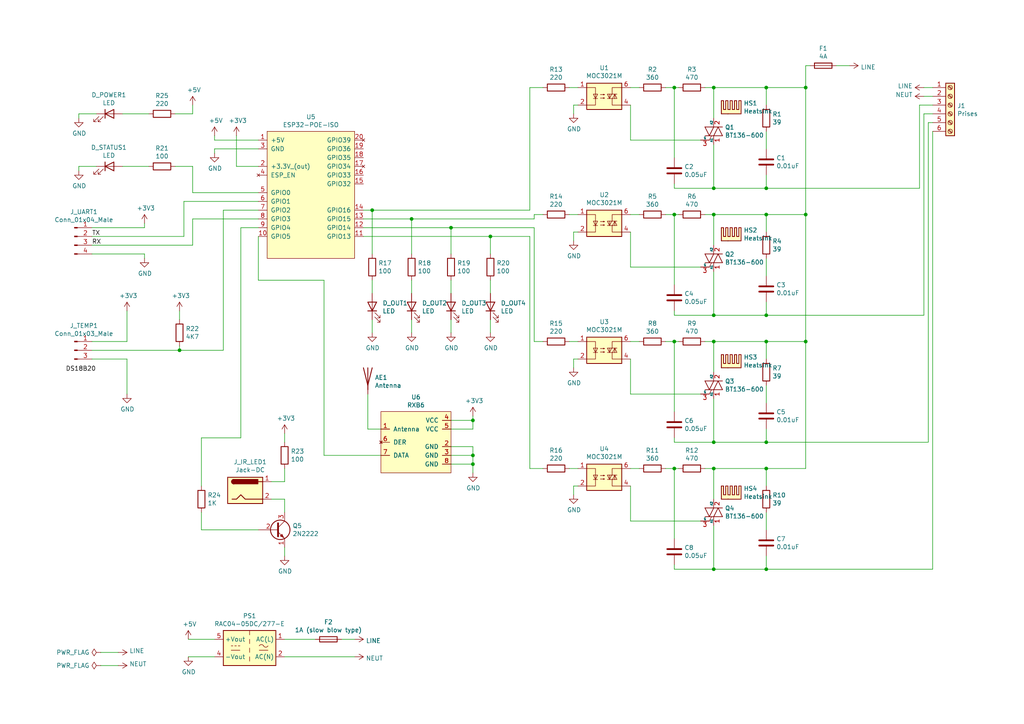
<source format=kicad_sch>
(kicad_sch (version 20211123) (generator eeschema)
  (paper "A4")
  (lib_symbols
    (symbol "Connector:Conn_01x03_Male" (pin_names (offset 1.016) hide)
      (property "Reference" "J" (at 0 5.08 0))
      (property "Value" "Conn_01x03_Male" (at 0 -5.08 0))
      (symbol "Conn_01x03_Male_1_1"
        (polyline (pts (xy 1.27 -2.54) (xy 0.8636 -2.54)) (stroke (width 0.1524)))
        (polyline (pts (xy 1.27 0) (xy 0.8636 0)) (stroke (width 0.1524)))
        (polyline (pts (xy 1.27 2.54) (xy 0.8636 2.54)) (stroke (width 0.1524)))
        (rectangle (start 0.8636 -2.413) (end 0 -2.667) (stroke (width 0.1524)) (fill (type outline)))
        (rectangle (start 0.8636 0.127) (end 0 -0.127) (stroke (width 0.1524)) (fill (type outline)))
        (rectangle (start 0.8636 2.667) (end 0 2.413) (stroke (width 0.1524)) (fill (type outline)))
        (pin passive line (at 5.08 2.54 180) (length 3.81) (name "Pin_1") (number "1"))
        (pin passive line (at 5.08 0 180) (length 3.81) (name "Pin_2") (number "2"))
        (pin passive line (at 5.08 -2.54 180) (length 3.81) (name "Pin_3") (number "3"))
      )
    )
    (symbol "Connector:Conn_01x04_Male" (pin_names (offset 1.016) hide)
      (property "Reference" "J" (at 0 5.08 0))
      (property "Value" "Conn_01x04_Male" (at 0 -7.62 0))
      (symbol "Conn_01x04_Male_1_1"
        (polyline (pts (xy 1.27 -5.08) (xy 0.8636 -5.08)) (stroke (width 0.1524)))
        (polyline (pts (xy 1.27 -2.54) (xy 0.8636 -2.54)) (stroke (width 0.1524)))
        (polyline (pts (xy 1.27 0) (xy 0.8636 0)) (stroke (width 0.1524)))
        (polyline (pts (xy 1.27 2.54) (xy 0.8636 2.54)) (stroke (width 0.1524)))
        (rectangle (start 0.8636 -4.953) (end 0 -5.207) (stroke (width 0.1524)) (fill (type outline)))
        (rectangle (start 0.8636 -2.413) (end 0 -2.667) (stroke (width 0.1524)) (fill (type outline)))
        (rectangle (start 0.8636 0.127) (end 0 -0.127) (stroke (width 0.1524)) (fill (type outline)))
        (rectangle (start 0.8636 2.667) (end 0 2.413) (stroke (width 0.1524)) (fill (type outline)))
        (pin passive line (at 5.08 2.54 180) (length 3.81) (name "Pin_1") (number "1"))
        (pin passive line (at 5.08 0 180) (length 3.81) (name "Pin_2") (number "2"))
        (pin passive line (at 5.08 -2.54 180) (length 3.81) (name "Pin_3") (number "3"))
        (pin passive line (at 5.08 -5.08 180) (length 3.81) (name "Pin_4") (number "4"))
      )
    )
    (symbol "Connector:Jack-DC" (pin_names (offset 1.016))
      (property "Reference" "J" (at 0 5.334 0))
      (property "Value" "Jack-DC" (at 0 -5.08 0))
      (symbol "Jack-DC_0_1"
        (rectangle (start -5.08 3.81) (end 5.08 -3.81) (stroke (width 0.254)) (fill (type background)))
        (arc (start -3.302 3.175) (mid -3.937 2.54) (end -3.302 1.905) (stroke (width 0.254)))
        (arc (start -3.302 3.175) (mid -3.937 2.54) (end -3.302 1.905) (stroke (width 0.254)) (fill (type outline)))
        (polyline (pts (xy 5.08 2.54) (xy 3.81 2.54)) (stroke (width 0.254)))
        (polyline (pts (xy -3.81 -2.54) (xy -2.54 -2.54) (xy -1.27 -1.27) (xy 0 -2.54) (xy 2.54 -2.54) (xy 5.08 -2.54)) (stroke (width 0.254)))
        (rectangle (start 3.683 3.175) (end -3.302 1.905) (stroke (width 0.254)) (fill (type outline)))
      )
      (symbol "Jack-DC_1_1"
        (pin passive line (at 7.62 2.54 180) (length 2.54) (name "~") (number "1"))
        (pin passive line (at 7.62 -2.54 180) (length 2.54) (name "~") (number "2"))
      )
    )
    (symbol "Connector:Screw_Terminal_01x06" (pin_names (offset 1.016) hide)
      (property "Reference" "J" (at 0 7.62 0))
      (property "Value" "Screw_Terminal_01x06" (at 0 -10.16 0))
      (symbol "Screw_Terminal_01x06_1_1"
        (rectangle (start -1.27 6.35) (end 1.27 -8.89) (stroke (width 0.254)) (fill (type background)))
        (circle (center 0 -7.62) (radius 0.635) (stroke (width 0.1524)))
        (circle (center 0 -5.08) (radius 0.635) (stroke (width 0.1524)))
        (circle (center 0 -2.54) (radius 0.635) (stroke (width 0.1524)))
        (polyline (pts (xy -0.5334 -7.2898) (xy 0.3302 -8.128)) (stroke (width 0.1524)))
        (polyline (pts (xy -0.5334 -4.7498) (xy 0.3302 -5.588)) (stroke (width 0.1524)))
        (polyline (pts (xy -0.5334 -2.2098) (xy 0.3302 -3.048)) (stroke (width 0.1524)))
        (polyline (pts (xy -0.5334 0.3302) (xy 0.3302 -0.508)) (stroke (width 0.1524)))
        (polyline (pts (xy -0.5334 2.8702) (xy 0.3302 2.032)) (stroke (width 0.1524)))
        (polyline (pts (xy -0.5334 5.4102) (xy 0.3302 4.572)) (stroke (width 0.1524)))
        (polyline (pts (xy -0.3556 -7.112) (xy 0.508 -7.9502)) (stroke (width 0.1524)))
        (polyline (pts (xy -0.3556 -4.572) (xy 0.508 -5.4102)) (stroke (width 0.1524)))
        (polyline (pts (xy -0.3556 -2.032) (xy 0.508 -2.8702)) (stroke (width 0.1524)))
        (polyline (pts (xy -0.3556 0.508) (xy 0.508 -0.3302)) (stroke (width 0.1524)))
        (polyline (pts (xy -0.3556 3.048) (xy 0.508 2.2098)) (stroke (width 0.1524)))
        (polyline (pts (xy -0.3556 5.588) (xy 0.508 4.7498)) (stroke (width 0.1524)))
        (circle (center 0 0) (radius 0.635) (stroke (width 0.1524)))
        (circle (center 0 2.54) (radius 0.635) (stroke (width 0.1524)))
        (circle (center 0 5.08) (radius 0.635) (stroke (width 0.1524)))
        (pin passive line (at -5.08 5.08 0) (length 3.81) (name "Pin_1") (number "1"))
        (pin passive line (at -5.08 2.54 0) (length 3.81) (name "Pin_2") (number "2"))
        (pin passive line (at -5.08 0 0) (length 3.81) (name "Pin_3") (number "3"))
        (pin passive line (at -5.08 -2.54 0) (length 3.81) (name "Pin_4") (number "4"))
        (pin passive line (at -5.08 -5.08 0) (length 3.81) (name "Pin_5") (number "5"))
        (pin passive line (at -5.08 -7.62 0) (length 3.81) (name "Pin_6") (number "6"))
      )
    )
    (symbol "Converter_ACDC:RAC04-05SGA"
      (property "Reference" "PS" (at 0 6.35 0))
      (property "Value" "RAC04-05SGA" (at 0 -6.35 0))
      (symbol "RAC04-05SGA_1_1"
        (rectangle (start -7.62 5.08) (end 7.62 -5.08) (stroke (width 0.254)) (fill (type background)))
        (arc (start -5.334 0.635) (mid -4.699 0.2495) (end -4.064 0.635))
        (arc (start -2.794 0.635) (mid -3.429 1.0072) (end -4.064 0.635))
        (polyline (pts (xy -5.334 -0.635) (xy -2.794 -0.635)))
        (polyline (pts (xy 0 -2.54) (xy 0 -3.81)))
        (polyline (pts (xy 0 0) (xy 0 -1.27)))
        (polyline (pts (xy 0 2.54) (xy 0 1.27)))
        (polyline (pts (xy 0 5.08) (xy 0 3.81)))
        (polyline (pts (xy 2.794 -0.635) (xy 5.334 -0.635)))
        (polyline (pts (xy 2.794 0.635) (xy 3.302 0.635)))
        (polyline (pts (xy 3.81 0.635) (xy 4.318 0.635)))
        (polyline (pts (xy 4.826 0.635) (xy 5.334 0.635)))
        (pin power_in line (at -10.16 2.54 0) (length 2.54) (name "AC(L)") (number "1"))
        (pin power_in line (at -10.16 -2.54 0) (length 2.54) (name "AC(N)") (number "2"))
        (pin no_connect line (at 7.62 0 180) (length 2.54) hide (name "NC") (number "3"))
        (pin power_out line (at 10.16 -2.54 180) (length 2.54) (name "-Vout") (number "4"))
        (pin power_out line (at 10.16 2.54 180) (length 2.54) (name "+Vout") (number "5"))
      )
    )
    (symbol "Device:Antenna" (pin_numbers hide) (pin_names (offset 1.016) hide)
      (property "Reference" "AE" (at -1.905 1.905 0))
      (property "Value" "Antenna" (at -1.905 0 0))
      (symbol "Antenna_0_1"
        (polyline (pts (xy 0 2.54) (xy 0 -3.81)) (stroke (width 0.254)))
        (polyline (pts (xy 1.27 2.54) (xy 0 -2.54) (xy -1.27 2.54)) (stroke (width 0.254)))
      )
      (symbol "Antenna_1_1"
        (pin input line (at 0 -5.08 90) (length 2.54) (name "A") (number "1"))
      )
    )
    (symbol "Device:C" (pin_numbers hide) (pin_names (offset 0.254))
      (property "Reference" "C" (at 0.635 2.54 0))
      (property "Value" "C" (at 0.635 -2.54 0))
      (symbol "C_0_1"
        (polyline (pts (xy -2.032 -0.762) (xy 2.032 -0.762)) (stroke (width 0.508)))
        (polyline (pts (xy -2.032 0.762) (xy 2.032 0.762)) (stroke (width 0.508)))
      )
      (symbol "C_1_1"
        (pin passive line (at 0 3.81 270) (length 2.794) (name "~") (number "1"))
        (pin passive line (at 0 -3.81 90) (length 2.794) (name "~") (number "2"))
      )
    )
    (symbol "Device:Fuse" (pin_numbers hide) (pin_names (offset 0))
      (property "Reference" "F" (at 2.032 0 90))
      (property "Value" "Fuse" (at -1.905 0 90))
      (symbol "Fuse_0_1"
        (rectangle (start -0.762 -2.54) (end 0.762 2.54) (stroke (width 0.254)))
        (polyline (pts (xy 0 2.54) (xy 0 -2.54)))
      )
      (symbol "Fuse_1_1"
        (pin passive line (at 0 3.81 270) (length 1.27) (name "~") (number "1"))
        (pin passive line (at 0 -3.81 90) (length 1.27) (name "~") (number "2"))
      )
    )
    (symbol "Device:LED" (pin_numbers hide) (pin_names (offset 1.016) hide)
      (property "Reference" "D" (at 0 2.54 0))
      (property "Value" "LED" (at 0 -2.54 0))
      (symbol "LED_0_1"
        (polyline (pts (xy -1.27 -1.27) (xy -1.27 1.27)) (stroke (width 0.254)))
        (polyline (pts (xy -1.27 0) (xy 1.27 0)))
        (polyline (pts (xy 1.27 -1.27) (xy 1.27 1.27) (xy -1.27 0) (xy 1.27 -1.27)) (stroke (width 0.254)))
        (polyline (pts (xy -3.048 -0.762) (xy -4.572 -2.286) (xy -3.81 -2.286) (xy -4.572 -2.286) (xy -4.572 -1.524)))
        (polyline (pts (xy -1.778 -0.762) (xy -3.302 -2.286) (xy -2.54 -2.286) (xy -3.302 -2.286) (xy -3.302 -1.524)))
      )
      (symbol "LED_1_1"
        (pin passive line (at -3.81 0 0) (length 2.54) (name "K") (number "1"))
        (pin passive line (at 3.81 0 180) (length 2.54) (name "A") (number "2"))
      )
    )
    (symbol "Device:R" (pin_numbers hide) (pin_names (offset 0))
      (property "Reference" "R" (at 2.032 0 90))
      (property "Value" "R" (at 0 0 90))
      (symbol "R_0_1"
        (rectangle (start -1.016 -2.54) (end 1.016 2.54) (stroke (width 0.254)))
      )
      (symbol "R_1_1"
        (pin passive line (at 0 3.81 270) (length 1.27) (name "~") (number "1"))
        (pin passive line (at 0 -3.81 90) (length 1.27) (name "~") (number "2"))
      )
    )
    (symbol "Mechanical:Heatsink" (pin_names (offset 1.016))
      (property "Reference" "HS" (at 0 5.08 0))
      (property "Value" "Heatsink" (at 0 -1.27 0))
      (symbol "Heatsink_0_1"
        (polyline (pts (xy -0.3302 1.27) (xy -0.9652 1.27) (xy -0.9652 3.81) (xy -1.6002 3.81) (xy -1.6002 1.27) (xy -2.2352 1.27) (xy -2.2352 3.81) (xy -2.8702 3.81) (xy -2.8702 0) (xy -0.9652 0)) (stroke (width 0.254)) (fill (type background)))
        (polyline (pts (xy -0.3302 1.27) (xy -0.3302 3.81) (xy 0.3048 3.81) (xy 0.3048 1.27) (xy 0.9398 1.27) (xy 0.9398 3.81) (xy 1.5748 3.81) (xy 1.5748 1.27) (xy 2.2098 1.27) (xy 2.2098 3.81) (xy 2.8448 3.81) (xy 2.8448 0) (xy -0.9652 0)) (stroke (width 0.254)) (fill (type background)))
      )
    )
    (symbol "Relay_SolidState:MOC3021M"
      (property "Reference" "U" (at -5.334 4.826 0))
      (property "Value" "MOC3021M" (at 0 5.08 0))
      (symbol "MOC3021M_0_1"
        (rectangle (start -5.08 3.81) (end 5.08 -3.81) (stroke (width 0.254)) (fill (type background)))
        (polyline (pts (xy -3.175 -0.635) (xy -1.905 -0.635)))
        (polyline (pts (xy 1.524 -0.635) (xy 1.524 0.635)))
        (polyline (pts (xy 3.048 0.635) (xy 3.048 -0.635)))
        (polyline (pts (xy 2.286 -0.635) (xy 2.286 -2.54) (xy 5.08 -2.54)))
        (polyline (pts (xy 2.286 0.635) (xy 2.286 2.54) (xy 5.08 2.54)))
        (polyline (pts (xy -5.08 2.54) (xy -2.54 2.54) (xy -2.54 -2.54) (xy -5.08 -2.54)))
        (polyline (pts (xy -2.54 -0.635) (xy -3.175 0.635) (xy -1.905 0.635) (xy -2.54 -0.635)))
        (polyline (pts (xy 0.889 -0.635) (xy 3.683 -0.635) (xy 3.048 0.635) (xy 2.413 -0.635)))
        (polyline (pts (xy 3.683 0.635) (xy 0.889 0.635) (xy 1.524 -0.635) (xy 2.159 0.635)))
        (polyline (pts (xy -1.143 -0.508) (xy 0.127 -0.508) (xy -0.254 -0.635) (xy -0.254 -0.381) (xy 0.127 -0.508)))
        (polyline (pts (xy -1.143 0.508) (xy 0.127 0.508) (xy -0.254 0.381) (xy -0.254 0.635) (xy 0.127 0.508)))
      )
      (symbol "MOC3021M_1_1"
        (pin passive line (at -7.62 2.54 0) (length 2.54) (name "~") (number "1"))
        (pin passive line (at -7.62 -2.54 0) (length 2.54) (name "~") (number "2"))
        (pin no_connect line (at -5.08 0 0) (length 2.54) hide (name "NC") (number "3"))
        (pin passive line (at 7.62 -2.54 180) (length 2.54) (name "~") (number "4"))
        (pin no_connect line (at 5.08 0 180) (length 2.54) hide (name "NC") (number "5"))
        (pin passive line (at 7.62 2.54 180) (length 2.54) (name "~") (number "6"))
      )
    )
    (symbol "Transistor_BJT:2N3904" (pin_names (offset 0) hide)
      (property "Reference" "Q" (at 5.08 1.905 0))
      (property "Value" "2N3904" (at 5.08 0 0))
      (symbol "2N3904_0_1"
        (polyline (pts (xy 0.635 0.635) (xy 2.54 2.54)))
        (polyline (pts (xy 0.635 -0.635) (xy 2.54 -2.54) (xy 2.54 -2.54)))
        (polyline (pts (xy 0.635 1.905) (xy 0.635 -1.905) (xy 0.635 -1.905)) (stroke (width 0.508)))
        (polyline (pts (xy 1.27 -1.778) (xy 1.778 -1.27) (xy 2.286 -2.286) (xy 1.27 -1.778) (xy 1.27 -1.778)) (fill (type outline)))
        (circle (center 1.27 0) (radius 2.8194) (stroke (width 0.254)))
      )
      (symbol "2N3904_1_1"
        (pin passive line (at 2.54 -5.08 90) (length 2.54) (name "E") (number "1"))
        (pin passive line (at -5.08 0 0) (length 5.715) (name "B") (number "2"))
        (pin passive line (at 2.54 5.08 270) (length 2.54) (name "C") (number "3"))
      )
    )
    (symbol "Triac_Thyristor:BT136-600" (pin_names (offset 0))
      (property "Reference" "Q" (at 5.08 1.905 0))
      (property "Value" "BT136-600" (at 5.08 0 0))
      (symbol "BT136-600_0_1"
        (polyline (pts (xy -2.54 -1.27) (xy 2.54 -1.27)) (stroke (width 0.2032)))
        (polyline (pts (xy -2.54 1.27) (xy 2.54 1.27)) (stroke (width 0.2032)))
        (polyline (pts (xy -1.27 -2.54) (xy -0.635 -1.27)))
        (polyline (pts (xy -2.54 1.27) (xy -1.27 -1.27) (xy 0 1.27)) (stroke (width 0.2032)))
        (polyline (pts (xy 0 -1.27) (xy 1.27 1.27) (xy 2.54 -1.27)) (stroke (width 0.2032)))
      )
      (symbol "BT136-600_1_1"
        (pin passive line (at 0 -3.81 90) (length 2.54) (name "A1") (number "1"))
        (pin passive line (at 0 3.81 270) (length 2.54) (name "A2") (number "2"))
        (pin input line (at -3.81 -2.54 0) (length 2.54) (name "G") (number "3"))
      )
    )
    (symbol "mylife-symbols:ESP32-POE-ISO" (pin_names (offset 1.016))
      (property "Reference" "U" (at 0 21.59 0))
      (property "Value" "ESP32-POE-ISO" (at 0 19.05 0))
      (symbol "ESP32-POE-ISO_0_1"
        (rectangle (start -12.7 17.78) (end 12.7 -19.05) (fill (type background)))
      )
      (symbol "ESP32-POE-ISO_1_1"
        (pin power_in line (at -15.24 15.24 0) (length 2.54) (name "+5V") (number "1"))
        (pin bidirectional line (at -15.24 -12.7 0) (length 2.54) (name "GPIO5") (number "10"))
        (pin bidirectional line (at 15.24 -12.7 180) (length 2.54) (name "GPIO13") (number "11"))
        (pin bidirectional line (at 15.24 -10.16 180) (length 2.54) (name "GPIO14") (number "12"))
        (pin bidirectional line (at 15.24 -7.62 180) (length 2.54) (name "GPIO15") (number "13"))
        (pin bidirectional line (at 15.24 -5.08 180) (length 2.54) (name "GPIO16") (number "14"))
        (pin bidirectional line (at 15.24 2.54 180) (length 2.54) (name "GPIO32") (number "15"))
        (pin bidirectional line (at 15.24 5.08 180) (length 2.54) (name "GPIO33") (number "16"))
        (pin no_connect line (at 15.24 7.62 180) (length 2.54) (name "GPIO34") (number "17"))
        (pin bidirectional line (at 15.24 10.16 180) (length 2.54) (name "GPIO35") (number "18"))
        (pin bidirectional line (at 15.24 12.7 180) (length 2.54) (name "GPIO36") (number "19"))
        (pin power_out line (at -15.24 7.62 0) (length 2.54) (name "+3.3V_(out)") (number "2"))
        (pin no_connect line (at 15.24 15.24 180) (length 2.54) (name "GPIO39") (number "20"))
        (pin power_in line (at -15.24 12.7 0) (length 2.54) (name "GND") (number "3"))
        (pin no_connect line (at -15.24 5.08 0) (length 2.54) (name "ESP_EN") (number "4"))
        (pin bidirectional line (at -15.24 0 0) (length 2.54) (name "GPIO0") (number "5"))
        (pin bidirectional line (at -15.24 -2.54 0) (length 2.54) (name "GPIO1") (number "6"))
        (pin bidirectional line (at -15.24 -5.08 0) (length 2.54) (name "GPIO2") (number "7"))
        (pin bidirectional line (at -15.24 -7.62 0) (length 2.54) (name "GPIO3") (number "8"))
        (pin bidirectional line (at -15.24 -10.16 0) (length 2.54) (name "GPIO4") (number "9"))
      )
    )
    (symbol "mylife-symbols:RXB6" (pin_names (offset 1.016))
      (property "Reference" "U" (at 0 12.7 0))
      (property "Value" "RXB6" (at 0 10.16 0))
      (symbol "RXB6_0_1"
        (rectangle (start -10.16 8.89) (end 10.16 -8.89) (fill (type background)))
      )
      (symbol "RXB6_1_1"
        (pin passive line (at -10.16 3.81 0) (length 2.54) (name "Antenna") (number "1"))
        (pin power_in line (at 10.16 -1.27 180) (length 2.54) (name "GND") (number "2"))
        (pin power_in line (at 10.16 -3.81 180) (length 2.54) (name "GND") (number "3"))
        (pin power_in line (at 10.16 6.35 180) (length 2.54) (name "VCC") (number "4"))
        (pin power_in line (at 10.16 3.81 180) (length 2.54) (name "VCC") (number "5"))
        (pin no_connect line (at -10.16 0 0) (length 2.54) (name "DER") (number "6"))
        (pin output line (at -10.16 -3.81 0) (length 2.54) (name "DATA") (number "7"))
        (pin power_in line (at 10.16 -6.35 180) (length 2.54) (name "GND") (number "8"))
      )
    )
    (symbol "power:+3.3V" (power) (pin_names (offset 0))
      (property "Value" "+3.3V" (at 0 3.556 0))
      (symbol "+3.3V_0_1"
        (polyline (pts (xy -0.762 1.27) (xy 0 2.54)))
        (polyline (pts (xy 0 0) (xy 0 2.54)))
        (polyline (pts (xy 0 2.54) (xy 0.762 1.27)))
      )
      (symbol "+3.3V_1_1"
        (pin power_in line (at 0 0 90) (length 0) hide (name "+3V3") (number "1"))
      )
    )
    (symbol "power:+5V" (power) (pin_names (offset 0))
      (property "Value" "+5V" (at 0 3.556 0))
      (symbol "+5V_0_1"
        (polyline (pts (xy -0.762 1.27) (xy 0 2.54)))
        (polyline (pts (xy 0 0) (xy 0 2.54)))
        (polyline (pts (xy 0 2.54) (xy 0.762 1.27)))
      )
      (symbol "+5V_1_1"
        (pin power_in line (at 0 0 90) (length 0) hide (name "+5V") (number "1"))
      )
    )
    (symbol "power:GND" (power) (pin_names (offset 0))
      (property "Value" "GND" (at 0 -3.81 0))
      (symbol "GND_0_1"
        (polyline (pts (xy 0 0) (xy 0 -1.27) (xy 1.27 -1.27) (xy 0 -2.54) (xy -1.27 -1.27) (xy 0 -1.27)))
      )
      (symbol "GND_1_1"
        (pin power_in line (at 0 0 270) (length 0) hide (name "GND") (number "1"))
      )
    )
    (symbol "power:LINE" (power) (pin_names (offset 0))
      (property "Value" "LINE" (at 0 3.81 0))
      (symbol "LINE_0_1"
        (polyline (pts (xy -0.762 1.27) (xy 0 2.54)))
        (polyline (pts (xy 0 0) (xy 0 2.54)))
        (polyline (pts (xy 0 2.54) (xy 0.762 1.27)))
      )
      (symbol "LINE_1_1"
        (pin power_in line (at 0 0 90) (length 0) hide (name "LINE") (number "1"))
      )
    )
    (symbol "power:NEUT" (power) (pin_names (offset 0))
      (property "Value" "NEUT" (at 0 3.81 0))
      (symbol "NEUT_0_1"
        (polyline (pts (xy -0.762 1.27) (xy 0 2.54)))
        (polyline (pts (xy 0 0) (xy 0 2.54)))
        (polyline (pts (xy 0 2.54) (xy 0.762 1.27)))
      )
      (symbol "NEUT_1_1"
        (pin power_in line (at 0 0 90) (length 0) hide (name "NEUT") (number "1"))
      )
    )
    (symbol "power:PWR_FLAG" (power) (pin_numbers hide) (pin_names (offset 0) hide)
      (property "Value" "PWR_FLAG" (at 0 3.81 0))
      (symbol "PWR_FLAG_0_0"
        (pin power_out line (at 0 0 90) (length 0) (name "pwr") (number "1"))
      )
      (symbol "PWR_FLAG_0_1"
        (polyline (pts (xy 0 0) (xy 0 1.27) (xy -1.016 1.905) (xy 0 2.54) (xy 1.016 1.905) (xy 0 1.27)))
      )
    )
  )
  (junction (at 222.25 135.89))
  (junction (at 52.07 101.6))
  (junction (at 137.16 121.92))
  (junction (at 222.25 54.61))
  (junction (at 222.25 128.27))
  (junction (at 207.01 99.06))
  (junction (at 195.58 99.06))
  (junction (at 207.01 135.89))
  (junction (at 195.58 25.4))
  (junction (at 195.58 135.89))
  (junction (at 233.68 62.23))
  (junction (at 233.68 99.06))
  (junction (at 130.81 66.04))
  (junction (at 142.24 68.58))
  (junction (at 207.01 165.1))
  (junction (at 137.16 134.62))
  (junction (at 222.25 99.06))
  (junction (at 107.95 60.96))
  (junction (at 222.25 62.23))
  (junction (at 222.25 25.4))
  (junction (at 137.16 132.08))
  (junction (at 207.01 128.27))
  (junction (at 207.01 54.61))
  (junction (at 207.01 25.4))
  (junction (at 207.01 62.23))
  (junction (at 195.58 62.23))
  (junction (at 222.25 165.1))
  (junction (at 207.01 91.44))
  (junction (at 233.68 25.4))
  (junction (at 222.25 91.44))
  (junction (at 119.38 63.5))
  (wire (pts (xy 222.25 62.23) (xy 233.68 62.23)))
  (wire (pts (xy 182.88 135.89) (xy 185.42 135.89)))
  (wire (pts (xy 68.58 39.37) (xy 68.58 48.26)))
  (wire (pts (xy 55.88 33.02) (xy 50.8 33.02)))
  (wire (pts (xy 105.41 63.5) (xy 119.38 63.5)))
  (wire (pts (xy 195.58 135.89) (xy 196.85 135.89)))
  (wire (pts (xy 182.88 25.4) (xy 185.42 25.4)))
  (wire (pts (xy 207.01 107.95) (xy 207.01 99.06)))
  (wire (pts (xy 207.01 41.91) (xy 207.01 54.61)))
  (wire (pts (xy 130.81 96.52) (xy 130.81 92.71)))
  (wire (pts (xy 222.25 99.06) (xy 233.68 99.06)))
  (wire (pts (xy 27.94 33.02) (xy 22.86 33.02)))
  (wire (pts (xy 91.44 185.42) (xy 82.55 185.42)))
  (wire (pts (xy 62.23 43.18) (xy 62.23 44.45)))
  (wire (pts (xy 107.95 60.96) (xy 153.67 60.96)))
  (wire (pts (xy 157.48 62.23) (xy 154.94 62.23)))
  (wire (pts (xy 204.47 135.89) (xy 207.01 135.89)))
  (wire (pts (xy 195.58 25.4) (xy 196.85 25.4)))
  (wire (pts (xy 43.18 33.02) (xy 35.56 33.02)))
  (wire (pts (xy 166.37 104.14) (xy 166.37 106.68)))
  (wire (pts (xy 36.83 104.14) (xy 26.67 104.14)))
  (wire (pts (xy 64.77 101.6) (xy 64.77 60.96)))
  (wire (pts (xy 270.51 25.4) (xy 267.97 25.4)))
  (wire (pts (xy 270.51 38.1) (xy 270.51 165.1)))
  (wire (pts (xy 242.57 19.05) (xy 246.38 19.05)))
  (wire (pts (xy 55.88 63.5) (xy 74.93 63.5)))
  (wire (pts (xy 130.81 129.54) (xy 137.16 129.54)))
  (wire (pts (xy 167.64 140.97) (xy 166.37 140.97)))
  (wire (pts (xy 105.41 66.04) (xy 130.81 66.04)))
  (wire (pts (xy 193.04 62.23) (xy 195.58 62.23)))
  (wire (pts (xy 270.51 30.48) (xy 266.7 30.48)))
  (wire (pts (xy 34.29 193.04) (xy 29.21 193.04)))
  (wire (pts (xy 107.95 73.66) (xy 107.95 60.96)))
  (wire (pts (xy 182.88 40.64) (xy 182.88 30.48)))
  (wire (pts (xy 195.58 91.44) (xy 207.01 91.44)))
  (wire (pts (xy 203.2 40.64) (xy 182.88 40.64)))
  (wire (pts (xy 53.34 58.42) (xy 74.93 58.42)))
  (wire (pts (xy 137.16 124.46) (xy 137.16 121.92)))
  (wire (pts (xy 195.58 90.17) (xy 195.58 91.44)))
  (wire (pts (xy 222.25 50.8) (xy 222.25 54.61)))
  (wire (pts (xy 137.16 129.54) (xy 137.16 132.08)))
  (wire (pts (xy 119.38 96.52) (xy 119.38 92.71)))
  (wire (pts (xy 142.24 68.58) (xy 153.67 68.58)))
  (wire (pts (xy 222.25 124.46) (xy 222.25 128.27)))
  (wire (pts (xy 55.88 30.48) (xy 55.88 33.02)))
  (wire (pts (xy 52.07 100.33) (xy 52.07 101.6)))
  (wire (pts (xy 166.37 140.97) (xy 166.37 143.51)))
  (wire (pts (xy 207.01 54.61) (xy 222.25 54.61)))
  (wire (pts (xy 82.55 139.7) (xy 78.74 139.7)))
  (wire (pts (xy 119.38 73.66) (xy 119.38 63.5)))
  (wire (pts (xy 93.98 132.08) (xy 110.49 132.08)))
  (wire (pts (xy 195.58 128.27) (xy 207.01 128.27)))
  (wire (pts (xy 269.24 35.56) (xy 269.24 128.27)))
  (wire (pts (xy 222.25 91.44) (xy 267.97 91.44)))
  (wire (pts (xy 130.81 73.66) (xy 130.81 66.04)))
  (wire (pts (xy 233.68 62.23) (xy 233.68 99.06)))
  (wire (pts (xy 54.61 190.5) (xy 62.23 190.5)))
  (wire (pts (xy 130.81 85.09) (xy 130.81 81.28)))
  (wire (pts (xy 222.25 30.48) (xy 222.25 25.4)))
  (wire (pts (xy 137.16 134.62) (xy 137.16 137.16)))
  (wire (pts (xy 165.1 99.06) (xy 167.64 99.06)))
  (wire (pts (xy 22.86 33.02) (xy 22.86 34.29)))
  (wire (pts (xy 55.88 48.26) (xy 50.8 48.26)))
  (wire (pts (xy 207.01 62.23) (xy 222.25 62.23)))
  (wire (pts (xy 270.51 33.02) (xy 267.97 33.02)))
  (wire (pts (xy 27.94 48.26) (xy 22.86 48.26)))
  (wire (pts (xy 222.25 161.29) (xy 222.25 165.1)))
  (wire (pts (xy 157.48 135.89) (xy 153.67 135.89)))
  (wire (pts (xy 165.1 62.23) (xy 167.64 62.23)))
  (wire (pts (xy 26.67 66.04) (xy 41.91 66.04)))
  (wire (pts (xy 55.88 55.88) (xy 55.88 48.26)))
  (wire (pts (xy 62.23 40.64) (xy 62.23 39.37)))
  (wire (pts (xy 207.01 144.78) (xy 207.01 135.89)))
  (wire (pts (xy 106.68 124.46) (xy 110.49 124.46)))
  (wire (pts (xy 36.83 99.06) (xy 26.67 99.06)))
  (wire (pts (xy 207.01 91.44) (xy 222.25 91.44)))
  (wire (pts (xy 222.25 128.27) (xy 269.24 128.27)))
  (wire (pts (xy 64.77 60.96) (xy 74.93 60.96)))
  (wire (pts (xy 204.47 62.23) (xy 207.01 62.23)))
  (wire (pts (xy 82.55 158.75) (xy 82.55 161.29)))
  (wire (pts (xy 222.25 54.61) (xy 266.7 54.61)))
  (wire (pts (xy 119.38 63.5) (xy 154.94 63.5)))
  (wire (pts (xy 203.2 114.3) (xy 182.88 114.3)))
  (wire (pts (xy 69.85 66.04) (xy 74.93 66.04)))
  (wire (pts (xy 26.67 73.66) (xy 41.91 73.66)))
  (wire (pts (xy 41.91 73.66) (xy 41.91 74.93)))
  (wire (pts (xy 93.98 81.28) (xy 74.93 81.28)))
  (wire (pts (xy 203.2 151.13) (xy 182.88 151.13)))
  (wire (pts (xy 270.51 27.94) (xy 267.97 27.94)))
  (wire (pts (xy 233.68 19.05) (xy 234.95 19.05)))
  (wire (pts (xy 203.2 77.47) (xy 182.88 77.47)))
  (wire (pts (xy 68.58 48.26) (xy 74.93 48.26)))
  (wire (pts (xy 130.81 121.92) (xy 137.16 121.92)))
  (wire (pts (xy 157.48 99.06) (xy 154.94 99.06)))
  (wire (pts (xy 137.16 132.08) (xy 137.16 134.62)))
  (wire (pts (xy 182.88 114.3) (xy 182.88 104.14)))
  (wire (pts (xy 53.34 68.58) (xy 53.34 58.42)))
  (wire (pts (xy 182.88 77.47) (xy 182.88 67.31)))
  (wire (pts (xy 69.85 127) (xy 58.42 127)))
  (wire (pts (xy 193.04 99.06) (xy 195.58 99.06)))
  (wire (pts (xy 137.16 121.92) (xy 137.16 120.65)))
  (wire (pts (xy 29.21 189.23) (xy 34.29 189.23)))
  (wire (pts (xy 41.91 66.04) (xy 41.91 64.77)))
  (wire (pts (xy 222.25 67.31) (xy 222.25 62.23)))
  (wire (pts (xy 52.07 101.6) (xy 64.77 101.6)))
  (wire (pts (xy 207.01 25.4) (xy 222.25 25.4)))
  (wire (pts (xy 130.81 134.62) (xy 137.16 134.62)))
  (wire (pts (xy 153.67 25.4) (xy 153.67 60.96)))
  (wire (pts (xy 93.98 132.08) (xy 93.98 81.28)))
  (wire (pts (xy 207.01 135.89) (xy 222.25 135.89)))
  (wire (pts (xy 233.68 25.4) (xy 233.68 62.23)))
  (wire (pts (xy 195.58 62.23) (xy 195.58 82.55)))
  (wire (pts (xy 154.94 99.06) (xy 154.94 66.04)))
  (wire (pts (xy 102.87 190.5) (xy 82.55 190.5)))
  (wire (pts (xy 58.42 153.67) (xy 74.93 153.67)))
  (wire (pts (xy 130.81 124.46) (xy 137.16 124.46)))
  (wire (pts (xy 26.67 71.12) (xy 55.88 71.12)))
  (wire (pts (xy 222.25 135.89) (xy 233.68 135.89)))
  (wire (pts (xy 36.83 90.17) (xy 36.83 99.06)))
  (wire (pts (xy 82.55 144.78) (xy 78.74 144.78)))
  (wire (pts (xy 207.01 99.06) (xy 222.25 99.06)))
  (wire (pts (xy 22.86 48.26) (xy 22.86 49.53)))
  (wire (pts (xy 62.23 40.64) (xy 74.93 40.64)))
  (wire (pts (xy 82.55 139.7) (xy 82.55 135.89)))
  (wire (pts (xy 58.42 127) (xy 58.42 140.97)))
  (wire (pts (xy 266.7 30.48) (xy 266.7 54.61)))
  (wire (pts (xy 69.85 66.04) (xy 69.85 127)))
  (wire (pts (xy 102.87 185.42) (xy 99.06 185.42)))
  (wire (pts (xy 166.37 67.31) (xy 166.37 69.85)))
  (wire (pts (xy 195.58 163.83) (xy 195.58 165.1)))
  (wire (pts (xy 207.01 34.29) (xy 207.01 25.4)))
  (wire (pts (xy 233.68 99.06) (xy 233.68 135.89)))
  (wire (pts (xy 142.24 81.28) (xy 142.24 85.09)))
  (wire (pts (xy 222.25 74.93) (xy 222.25 80.01)))
  (wire (pts (xy 270.51 35.56) (xy 269.24 35.56)))
  (wire (pts (xy 182.88 151.13) (xy 182.88 140.97)))
  (wire (pts (xy 195.58 62.23) (xy 196.85 62.23)))
  (wire (pts (xy 36.83 104.14) (xy 36.83 114.3)))
  (wire (pts (xy 222.25 111.76) (xy 222.25 116.84)))
  (wire (pts (xy 193.04 135.89) (xy 195.58 135.89)))
  (wire (pts (xy 105.41 68.58) (xy 142.24 68.58)))
  (wire (pts (xy 204.47 25.4) (xy 207.01 25.4)))
  (wire (pts (xy 54.61 185.42) (xy 62.23 185.42)))
  (wire (pts (xy 26.67 68.58) (xy 53.34 68.58)))
  (wire (pts (xy 142.24 73.66) (xy 142.24 68.58)))
  (wire (pts (xy 26.67 101.6) (xy 52.07 101.6)))
  (wire (pts (xy 222.25 104.14) (xy 222.25 99.06)))
  (wire (pts (xy 154.94 63.5) (xy 154.94 62.23)))
  (wire (pts (xy 222.25 140.97) (xy 222.25 135.89)))
  (wire (pts (xy 207.01 71.12) (xy 207.01 62.23)))
  (wire (pts (xy 207.01 78.74) (xy 207.01 91.44)))
  (wire (pts (xy 167.64 67.31) (xy 166.37 67.31)))
  (wire (pts (xy 167.64 104.14) (xy 166.37 104.14)))
  (wire (pts (xy 62.23 43.18) (xy 74.93 43.18)))
  (wire (pts (xy 107.95 85.09) (xy 107.95 81.28)))
  (wire (pts (xy 106.68 114.3) (xy 106.68 124.46)))
  (wire (pts (xy 182.88 62.23) (xy 185.42 62.23)))
  (wire (pts (xy 137.16 132.08) (xy 130.81 132.08)))
  (wire (pts (xy 165.1 25.4) (xy 167.64 25.4)))
  (wire (pts (xy 207.01 165.1) (xy 222.25 165.1)))
  (wire (pts (xy 204.47 99.06) (xy 207.01 99.06)))
  (wire (pts (xy 193.04 25.4) (xy 195.58 25.4)))
  (wire (pts (xy 55.88 63.5) (xy 55.88 71.12)))
  (wire (pts (xy 167.64 30.48) (xy 166.37 30.48)))
  (wire (pts (xy 195.58 25.4) (xy 195.58 45.72)))
  (wire (pts (xy 195.58 53.34) (xy 195.58 54.61)))
  (wire (pts (xy 207.01 128.27) (xy 222.25 128.27)))
  (wire (pts (xy 195.58 99.06) (xy 195.58 119.38)))
  (wire (pts (xy 107.95 92.71) (xy 107.95 96.52)))
  (wire (pts (xy 222.25 25.4) (xy 233.68 25.4)))
  (wire (pts (xy 207.01 152.4) (xy 207.01 165.1)))
  (wire (pts (xy 165.1 135.89) (xy 167.64 135.89)))
  (wire (pts (xy 119.38 81.28) (xy 119.38 85.09)))
  (wire (pts (xy 82.55 125.73) (xy 82.55 128.27)))
  (wire (pts (xy 153.67 135.89) (xy 153.67 68.58)))
  (wire (pts (xy 207.01 115.57) (xy 207.01 128.27)))
  (wire (pts (xy 182.88 99.06) (xy 185.42 99.06)))
  (wire (pts (xy 130.81 66.04) (xy 154.94 66.04)))
  (wire (pts (xy 267.97 33.02) (xy 267.97 91.44)))
  (wire (pts (xy 195.58 127) (xy 195.58 128.27)))
  (wire (pts (xy 142.24 96.52) (xy 142.24 92.71)))
  (wire (pts (xy 195.58 135.89) (xy 195.58 156.21)))
  (wire (pts (xy 153.67 25.4) (xy 157.48 25.4)))
  (wire (pts (xy 52.07 90.17) (xy 52.07 92.71)))
  (wire (pts (xy 222.25 165.1) (xy 270.51 165.1)))
  (wire (pts (xy 195.58 54.61) (xy 207.01 54.61)))
  (wire (pts (xy 82.55 144.78) (xy 82.55 148.59)))
  (wire (pts (xy 222.25 87.63) (xy 222.25 91.44)))
  (wire (pts (xy 233.68 19.05) (xy 233.68 25.4)))
  (wire (pts (xy 58.42 148.59) (xy 58.42 153.67)))
  (wire (pts (xy 74.93 68.58) (xy 74.93 81.28)))
  (wire (pts (xy 74.93 55.88) (xy 55.88 55.88)))
  (wire (pts (xy 105.41 60.96) (xy 107.95 60.96)))
  (wire (pts (xy 222.25 148.59) (xy 222.25 153.67)))
  (wire (pts (xy 43.18 48.26) (xy 35.56 48.26)))
  (wire (pts (xy 166.37 30.48) (xy 166.37 33.02)))
  (wire (pts (xy 195.58 165.1) (xy 207.01 165.1)))
  (wire (pts (xy 222.25 38.1) (xy 222.25 43.18)))
  (wire (pts (xy 195.58 99.06) (xy 196.85 99.06)))
  (label "TX" (at 26.67 68.58 0))
  (label "RX" (at 26.67 71.12 0))
  (label "DS18B20" (at 19.05 107.95 0))
  (symbol (lib_id "Relay_SolidState:MOC3021M") (at 175.26 27.94 0) (unit 1)
    (property "Reference" "U1" (at 175.26 19.685 0))
    (property "Value" "MOC3021M" (at 175.26 21.9964 0))
    (property "Footprint" "Package_DIP:DIP-6_W8.89mm_SMDSocket_LongPads" (effects hide))
    (property "Datasheet" "http://www.fairchildsemi.com/ds/MO/MOC3020M.pdf" (effects hide))
  )
  (symbol (lib_id "Triac_Thyristor:BT136-600") (at 207.01 38.1 0) (unit 1)
    (property "Reference" "Q1" (at 210.2612 36.9316 0) (effects (justify left)))
    (property "Value" "BT136-600" (at 210.2612 39.243 0) (effects (justify left)))
    (property "Footprint" "Package_TO_SOT_THT:TO-220-3_Vertical" (effects hide))
    (property "Datasheet" "http://www.micropik.com/PDF/BT136-600.pdf" (effects hide))
  )
  (symbol (lib_id "Device:R") (at 222.25 34.29 0) (unit 1)
    (property "Reference" "R1" (at 224.028 33.1216 0) (effects (justify left)))
    (property "Value" "39" (at 224.028 35.433 0) (effects (justify left)))
    (property "Footprint" "Resistor_THT:R_Axial_DIN0204_L3.6mm_D1.6mm_P7.62mm_Horizontal" (effects hide))
  )
  (symbol (lib_id "Device:R") (at 189.23 25.4 270) (unit 1)
    (property "Reference" "R2" (at 189.23 20.1422 90))
    (property "Value" "360" (at 189.23 22.4536 90))
    (property "Footprint" "Resistor_SMD:R_1206_3216Metric_Pad1.42x1.75mm_HandSolder" (effects hide))
  )
  (symbol (lib_id "Device:R") (at 200.66 25.4 270) (unit 1)
    (property "Reference" "R3" (at 200.66 20.1422 90))
    (property "Value" "470" (at 200.66 22.4536 90))
    (property "Footprint" "Resistor_SMD:R_1206_3216Metric_Pad1.42x1.75mm_HandSolder" (effects hide))
  )
  (symbol (lib_id "Device:C") (at 222.25 46.99 0) (unit 1)
    (property "Reference" "C1" (at 225.171 45.8216 0) (effects (justify left)))
    (property "Value" "0.01uF" (at 225.171 48.133 0) (effects (justify left)))
    (property "Footprint" "Capacitor_THT:C_Rect_L9.0mm_W2.5mm_P7.50mm_MKT" (effects hide))
  )
  (symbol (lib_id "Device:C") (at 195.58 49.53 0) (unit 1)
    (property "Reference" "C2" (at 198.501 48.3616 0) (effects (justify left)))
    (property "Value" "0.05uF" (at 198.501 50.673 0) (effects (justify left)))
    (property "Footprint" "Capacitor_SMD:C_2220_5650Metric_Pad1.97x5.40mm_HandSolder" (effects hide))
  )
  (symbol (lib_id "Connector:Screw_Terminal_01x06") (at 275.59 30.48 0) (unit 1)
    (property "Reference" "J1" (at 277.622 30.6832 0) (effects (justify left)))
    (property "Value" "Prises" (at 277.622 32.9946 0) (effects (justify left)))
    (property "Footprint" "TerminalBlock:TerminalBlock_bornier-6_P5.08mm" (effects hide))
  )
  (symbol (lib_id "Device:Fuse") (at 238.76 19.05 270) (unit 1)
    (property "Reference" "F1" (at 238.76 14.0462 90))
    (property "Value" "4A" (at 238.76 16.3576 90))
    (property "Footprint" "Fuse:Fuseholder_Cylinder-5x20mm_Schurter_0031_8201_Horizontal_Open" (effects hide))
  )
  (symbol (lib_id "Relay_SolidState:MOC3021M") (at 175.26 64.77 0) (unit 1)
    (property "Reference" "U2" (at 175.26 56.515 0))
    (property "Value" "MOC3021M" (at 175.26 58.8264 0))
    (property "Footprint" "Package_DIP:DIP-6_W8.89mm_SMDSocket_LongPads" (effects hide))
    (property "Datasheet" "http://www.fairchildsemi.com/ds/MO/MOC3020M.pdf" (effects hide))
  )
  (symbol (lib_id "Triac_Thyristor:BT136-600") (at 207.01 74.93 0) (unit 1)
    (property "Reference" "Q2" (at 210.2612 73.7616 0) (effects (justify left)))
    (property "Value" "BT136-600" (at 210.2612 76.073 0) (effects (justify left)))
    (property "Footprint" "Package_TO_SOT_THT:TO-220-3_Vertical" (effects hide))
    (property "Datasheet" "http://www.micropik.com/PDF/BT136-600.pdf" (effects hide))
  )
  (symbol (lib_id "Device:R") (at 189.23 62.23 270) (unit 1)
    (property "Reference" "R5" (at 189.23 56.9722 90))
    (property "Value" "360" (at 189.23 59.2836 90))
    (property "Footprint" "Resistor_SMD:R_1206_3216Metric_Pad1.42x1.75mm_HandSolder" (effects hide))
  )
  (symbol (lib_id "Device:R") (at 200.66 62.23 270) (unit 1)
    (property "Reference" "R6" (at 200.66 56.9722 90))
    (property "Value" "470" (at 200.66 59.2836 90))
    (property "Footprint" "Resistor_SMD:R_1206_3216Metric_Pad1.42x1.75mm_HandSolder" (effects hide))
  )
  (symbol (lib_id "Device:C") (at 222.25 83.82 0) (unit 1)
    (property "Reference" "C3" (at 225.171 82.6516 0) (effects (justify left)))
    (property "Value" "0.01uF" (at 225.171 84.963 0) (effects (justify left)))
    (property "Footprint" "Capacitor_THT:C_Rect_L9.0mm_W2.5mm_P7.50mm_MKT" (effects hide))
  )
  (symbol (lib_id "Device:C") (at 195.58 86.36 0) (unit 1)
    (property "Reference" "C4" (at 198.501 85.1916 0) (effects (justify left)))
    (property "Value" "0.05uF" (at 198.501 87.503 0) (effects (justify left)))
    (property "Footprint" "Capacitor_SMD:C_2220_5650Metric_Pad1.97x5.40mm_HandSolder" (effects hide))
  )
  (symbol (lib_id "Device:R") (at 222.25 71.12 0) (unit 1)
    (property "Reference" "R4" (at 224.028 69.9516 0) (effects (justify left)))
    (property "Value" "39" (at 224.028 72.263 0) (effects (justify left)))
    (property "Footprint" "Resistor_THT:R_Axial_DIN0204_L3.6mm_D1.6mm_P7.62mm_Horizontal" (effects hide))
  )
  (symbol (lib_id "Relay_SolidState:MOC3021M") (at 175.26 101.6 0) (unit 1)
    (property "Reference" "U3" (at 175.26 93.345 0))
    (property "Value" "MOC3021M" (at 175.26 95.6564 0))
    (property "Footprint" "Package_DIP:DIP-6_W8.89mm_SMDSocket_LongPads" (effects hide))
    (property "Datasheet" "http://www.fairchildsemi.com/ds/MO/MOC3020M.pdf" (effects hide))
  )
  (symbol (lib_id "Triac_Thyristor:BT136-600") (at 207.01 111.76 0) (unit 1)
    (property "Reference" "Q3" (at 210.2612 110.5916 0) (effects (justify left)))
    (property "Value" "BT136-600" (at 210.2612 112.903 0) (effects (justify left)))
    (property "Footprint" "Package_TO_SOT_THT:TO-220-3_Vertical" (effects hide))
    (property "Datasheet" "http://www.micropik.com/PDF/BT136-600.pdf" (effects hide))
  )
  (symbol (lib_id "Device:R") (at 189.23 99.06 270) (unit 1)
    (property "Reference" "R8" (at 189.23 93.8022 90))
    (property "Value" "360" (at 189.23 96.1136 90))
    (property "Footprint" "Resistor_SMD:R_1206_3216Metric_Pad1.42x1.75mm_HandSolder" (effects hide))
  )
  (symbol (lib_id "Device:R") (at 200.66 99.06 270) (unit 1)
    (property "Reference" "R9" (at 200.66 93.8022 90))
    (property "Value" "470" (at 200.66 96.1136 90))
    (property "Footprint" "Resistor_SMD:R_1206_3216Metric_Pad1.42x1.75mm_HandSolder" (effects hide))
  )
  (symbol (lib_id "Device:C") (at 222.25 120.65 0) (unit 1)
    (property "Reference" "C5" (at 225.171 119.4816 0) (effects (justify left)))
    (property "Value" "0.01uF" (at 225.171 121.793 0) (effects (justify left)))
    (property "Footprint" "Capacitor_THT:C_Rect_L9.0mm_W2.5mm_P7.50mm_MKT" (effects hide))
  )
  (symbol (lib_id "Device:C") (at 195.58 123.19 0) (unit 1)
    (property "Reference" "C6" (at 198.501 122.0216 0) (effects (justify left)))
    (property "Value" "0.05uF" (at 198.501 124.333 0) (effects (justify left)))
    (property "Footprint" "Capacitor_SMD:C_2220_5650Metric_Pad1.97x5.40mm_HandSolder" (effects hide))
  )
  (symbol (lib_id "Device:R") (at 222.25 107.95 0) (unit 1)
    (property "Reference" "R7" (at 224.028 106.7816 0) (effects (justify left)))
    (property "Value" "39" (at 224.028 109.093 0) (effects (justify left)))
    (property "Footprint" "Resistor_THT:R_Axial_DIN0204_L3.6mm_D1.6mm_P7.62mm_Horizontal" (effects hide))
  )
  (symbol (lib_id "Relay_SolidState:MOC3021M") (at 175.26 138.43 0) (unit 1)
    (property "Reference" "U4" (at 175.26 130.175 0))
    (property "Value" "MOC3021M" (at 175.26 132.4864 0))
    (property "Footprint" "Package_DIP:DIP-6_W8.89mm_SMDSocket_LongPads" (effects hide))
    (property "Datasheet" "http://www.fairchildsemi.com/ds/MO/MOC3020M.pdf" (effects hide))
  )
  (symbol (lib_id "Triac_Thyristor:BT136-600") (at 207.01 148.59 0) (unit 1)
    (property "Reference" "Q4" (at 210.2612 147.4216 0) (effects (justify left)))
    (property "Value" "BT136-600" (at 210.2612 149.733 0) (effects (justify left)))
    (property "Footprint" "Package_TO_SOT_THT:TO-220-3_Vertical" (effects hide))
    (property "Datasheet" "http://www.micropik.com/PDF/BT136-600.pdf" (effects hide))
  )
  (symbol (lib_id "Device:R") (at 189.23 135.89 270) (unit 1)
    (property "Reference" "R11" (at 189.23 130.6322 90))
    (property "Value" "360" (at 189.23 132.9436 90))
    (property "Footprint" "Resistor_SMD:R_1206_3216Metric_Pad1.42x1.75mm_HandSolder" (effects hide))
  )
  (symbol (lib_id "Device:R") (at 200.66 135.89 270) (unit 1)
    (property "Reference" "R12" (at 200.66 130.6322 90))
    (property "Value" "470" (at 200.66 132.9436 90))
    (property "Footprint" "Resistor_SMD:R_1206_3216Metric_Pad1.42x1.75mm_HandSolder" (effects hide))
  )
  (symbol (lib_id "Device:C") (at 222.25 157.48 0) (unit 1)
    (property "Reference" "C7" (at 225.171 156.3116 0) (effects (justify left)))
    (property "Value" "0.01uF" (at 225.171 158.623 0) (effects (justify left)))
    (property "Footprint" "Capacitor_THT:C_Rect_L9.0mm_W2.5mm_P7.50mm_MKT" (effects hide))
  )
  (symbol (lib_id "Device:C") (at 195.58 160.02 0) (unit 1)
    (property "Reference" "C8" (at 198.501 158.8516 0) (effects (justify left)))
    (property "Value" "0.05uF" (at 198.501 161.163 0) (effects (justify left)))
    (property "Footprint" "Capacitor_SMD:C_2220_5650Metric_Pad1.97x5.40mm_HandSolder" (effects hide))
  )
  (symbol (lib_id "Device:R") (at 222.25 144.78 0) (unit 1)
    (property "Reference" "R10" (at 224.028 143.6116 0) (effects (justify left)))
    (property "Value" "39" (at 224.028 145.923 0) (effects (justify left)))
    (property "Footprint" "Resistor_THT:R_Axial_DIN0204_L3.6mm_D1.6mm_P7.62mm_Horizontal" (effects hide))
  )
  (symbol (lib_id "Mechanical:Heatsink") (at 212.09 33.02 0) (unit 1)
    (property "Reference" "HS1" (at 215.6968 29.9466 0) (effects (justify left)))
    (property "Value" "Heatsink" (at 215.6968 32.258 0) (effects (justify left)))
    (property "Footprint" "Heatsink:Heatsink_Fischer_SK104-STC-STIC_35x13mm_2xDrill2.5mm" (effects hide))
  )
  (symbol (lib_id "Mechanical:Heatsink") (at 212.09 69.85 0) (unit 1)
    (property "Reference" "HS2" (at 215.6968 66.7766 0) (effects (justify left)))
    (property "Value" "Heatsink" (at 215.6968 69.088 0) (effects (justify left)))
    (property "Footprint" "Heatsink:Heatsink_Fischer_SK104-STC-STIC_35x13mm_2xDrill2.5mm" (effects hide))
  )
  (symbol (lib_id "Mechanical:Heatsink") (at 212.09 106.68 0) (unit 1)
    (property "Reference" "HS3" (at 215.6968 103.6066 0) (effects (justify left)))
    (property "Value" "Heatsink" (at 215.6968 105.918 0) (effects (justify left)))
    (property "Footprint" "Heatsink:Heatsink_Fischer_SK104-STC-STIC_35x13mm_2xDrill2.5mm" (effects hide))
  )
  (symbol (lib_id "power:GND") (at 166.37 69.85 0) (unit 1)
    (property "Reference" "#PWR0101" (effects hide))
    (property "Value" "GND" (at 166.497 74.2442 0))
  )
  (symbol (lib_id "Mechanical:Heatsink") (at 212.09 144.78 0) (unit 1)
    (property "Reference" "HS4" (at 215.6968 141.7066 0) (effects (justify left)))
    (property "Value" "Heatsink" (at 215.6968 144.018 0) (effects (justify left)))
    (property "Footprint" "Heatsink:Heatsink_Fischer_SK104-STC-STIC_35x13mm_2xDrill2.5mm" (effects hide))
  )
  (symbol (lib_id "power:GND") (at 166.37 33.02 0) (unit 1)
    (property "Reference" "#PWR0102" (effects hide))
    (property "Value" "GND" (at 166.497 37.4142 0))
  )
  (symbol (lib_id "power:GND") (at 166.37 106.68 0) (unit 1)
    (property "Reference" "#PWR0103" (effects hide))
    (property "Value" "GND" (at 166.497 111.0742 0))
  )
  (symbol (lib_id "power:GND") (at 166.37 143.51 0) (unit 1)
    (property "Reference" "#PWR0104" (effects hide))
    (property "Value" "GND" (at 166.497 147.9042 0))
  )
  (symbol (lib_id "Device:R") (at 161.29 25.4 270) (unit 1)
    (property "Reference" "R13" (at 161.29 20.1422 90))
    (property "Value" "220" (at 161.29 22.4536 90))
    (property "Footprint" "Resistor_SMD:R_1206_3216Metric_Pad1.42x1.75mm_HandSolder" (effects hide))
  )
  (symbol (lib_id "Device:R") (at 107.95 77.47 0) (unit 1)
    (property "Reference" "R17" (at 109.728 76.3016 0) (effects (justify left)))
    (property "Value" "100" (at 109.728 78.613 0) (effects (justify left)))
    (property "Footprint" "Resistor_SMD:R_1206_3216Metric_Pad1.42x1.75mm_HandSolder" (effects hide))
  )
  (symbol (lib_id "Device:R") (at 46.99 33.02 270) (unit 1)
    (property "Reference" "R25" (at 46.99 27.7622 90))
    (property "Value" "220" (at 46.99 30.0736 90))
    (property "Footprint" "Resistor_SMD:R_1206_3216Metric_Pad1.42x1.75mm_HandSolder" (effects hide))
  )
  (symbol (lib_id "Device:LED") (at 31.75 33.02 0) (unit 1)
    (property "Reference" "D_POWER1" (at 31.5722 27.5336 0))
    (property "Value" "LED" (at 31.5722 29.845 0))
    (property "Footprint" "LED_SMD:LED_1206_3216Metric_Pad1.42x1.75mm_HandSolder" (effects hide))
  )
  (symbol (lib_id "power:GND") (at 22.86 34.29 0) (unit 1)
    (property "Reference" "#PWR0131" (effects hide))
    (property "Value" "GND" (at 22.987 38.6842 0))
  )
  (symbol (lib_id "mylife-symbols:ESP32-POE-ISO") (at 90.17 55.88 0) (unit 1)
    (property "Reference" "U5" (at 90.17 33.909 0))
    (property "Value" "ESP32-POE-ISO" (at 90.17 36.2204 0))
    (property "Datasheet" "https://www.olimex.com/Products/IoT/ESP32/ESP32-POE-ISO/open-source-hardware" (effects hide))
  )
  (symbol (lib_id "Device:R") (at 161.29 62.23 270) (unit 1)
    (property "Reference" "R14" (at 161.29 56.9722 90))
    (property "Value" "220" (at 161.29 59.2836 90))
    (property "Footprint" "Resistor_SMD:R_1206_3216Metric_Pad1.42x1.75mm_HandSolder" (effects hide))
  )
  (symbol (lib_id "Device:R") (at 161.29 99.06 270) (unit 1)
    (property "Reference" "R15" (at 161.29 93.8022 90))
    (property "Value" "220" (at 161.29 96.1136 90))
    (property "Footprint" "Resistor_SMD:R_1206_3216Metric_Pad1.42x1.75mm_HandSolder" (effects hide))
  )
  (symbol (lib_id "Device:R") (at 161.29 135.89 270) (unit 1)
    (property "Reference" "R16" (at 161.29 130.6322 90))
    (property "Value" "220" (at 161.29 132.9436 90))
    (property "Footprint" "Resistor_SMD:R_1206_3216Metric_Pad1.42x1.75mm_HandSolder" (effects hide))
  )
  (symbol (lib_id "power:+5V") (at 55.88 30.48 0) (unit 1)
    (property "Reference" "#PWR0132" (effects hide))
    (property "Value" "+5V" (at 56.261 26.0858 0))
  )
  (symbol (lib_id "power:+5V") (at 62.23 39.37 0) (unit 1)
    (property "Reference" "#PWR0105" (effects hide))
    (property "Value" "+5V" (at 62.611 34.9758 0))
  )
  (symbol (lib_id "power:GND") (at 62.23 44.45 0) (unit 1)
    (property "Reference" "#PWR0106" (effects hide))
    (property "Value" "GND" (at 62.357 48.8442 0))
  )
  (symbol (lib_id "Device:R") (at 119.38 77.47 0) (unit 1)
    (property "Reference" "R18" (at 121.158 76.3016 0) (effects (justify left)))
    (property "Value" "100" (at 121.158 78.613 0) (effects (justify left)))
    (property "Footprint" "Resistor_SMD:R_1206_3216Metric_Pad1.42x1.75mm_HandSolder" (effects hide))
  )
  (symbol (lib_id "Device:R") (at 130.81 77.47 0) (unit 1)
    (property "Reference" "R19" (at 132.588 76.3016 0) (effects (justify left)))
    (property "Value" "100" (at 132.588 78.613 0) (effects (justify left)))
    (property "Footprint" "Resistor_SMD:R_1206_3216Metric_Pad1.42x1.75mm_HandSolder" (effects hide))
  )
  (symbol (lib_id "Device:R") (at 142.24 77.47 0) (unit 1)
    (property "Reference" "R20" (at 144.018 76.3016 0) (effects (justify left)))
    (property "Value" "100" (at 144.018 78.613 0) (effects (justify left)))
    (property "Footprint" "Resistor_SMD:R_1206_3216Metric_Pad1.42x1.75mm_HandSolder" (effects hide))
  )
  (symbol (lib_id "Device:LED") (at 107.95 88.9 90) (unit 1)
    (property "Reference" "D_OUT1" (at 110.9472 87.9094 90) (effects (justify right)))
    (property "Value" "LED" (at 110.9472 90.2208 90) (effects (justify right)))
    (property "Footprint" "LED_SMD:LED_1206_3216Metric_Pad1.42x1.75mm_HandSolder" (effects hide))
  )
  (symbol (lib_id "Device:LED") (at 119.38 88.9 90) (unit 1)
    (property "Reference" "D_OUT2" (at 122.3772 87.9094 90) (effects (justify right)))
    (property "Value" "LED" (at 122.3772 90.2208 90) (effects (justify right)))
    (property "Footprint" "LED_SMD:LED_1206_3216Metric_Pad1.42x1.75mm_HandSolder" (effects hide))
  )
  (symbol (lib_id "Device:LED") (at 130.81 88.9 90) (unit 1)
    (property "Reference" "D_OUT3" (at 133.8072 87.9094 90) (effects (justify right)))
    (property "Value" "LED" (at 133.8072 90.2208 90) (effects (justify right)))
    (property "Footprint" "LED_SMD:LED_1206_3216Metric_Pad1.42x1.75mm_HandSolder" (effects hide))
  )
  (symbol (lib_id "Device:LED") (at 142.24 88.9 90) (unit 1)
    (property "Reference" "D_OUT4" (at 145.2372 87.9094 90) (effects (justify right)))
    (property "Value" "LED" (at 145.2372 90.2208 90) (effects (justify right)))
    (property "Footprint" "LED_SMD:LED_1206_3216Metric_Pad1.42x1.75mm_HandSolder" (effects hide))
  )
  (symbol (lib_id "Converter_ACDC:RAC04-05SGA") (at 72.39 187.96 0) (mirror y) (unit 1)
    (property "Reference" "PS1" (at 72.39 178.6382 0))
    (property "Value" "RAC04-05DC/277-E" (at 72.39 180.9496 0))
    (property "Footprint" "Converter_ACDC:Converter_ACDC_RECOM_RAC04-xxSGx_THT" (effects hide))
    (property "Datasheet" "https://www.recom-power.com/pdf/Powerline-AC-DC/RAC04-GA.pdf" (effects hide))
  )
  (symbol (lib_id "power:+5V") (at 54.61 185.42 0) (unit 1)
    (property "Reference" "#PWR0107" (effects hide))
    (property "Value" "+5V" (at 54.991 181.0258 0))
  )
  (symbol (lib_id "power:GND") (at 54.61 190.5 0) (unit 1)
    (property "Reference" "#PWR0108" (effects hide))
    (property "Value" "GND" (at 54.737 194.8942 0))
  )
  (symbol (lib_id "power:GND") (at 107.95 96.52 0) (unit 1)
    (property "Reference" "#PWR0116" (effects hide))
    (property "Value" "GND" (at 108.077 100.9142 0))
  )
  (symbol (lib_id "Connector:Conn_01x03_Male") (at 21.59 101.6 0) (unit 1)
    (property "Reference" "J_TEMP1" (at 24.3332 94.4626 0))
    (property "Value" "Conn_01x03_Male" (at 24.3332 96.774 0))
    (property "Footprint" "Connector_PinHeader_2.54mm:PinHeader_1x03_P2.54mm_Vertical" (effects hide))
  )
  (symbol (lib_id "Connector:Conn_01x04_Male") (at 21.59 68.58 0) (unit 1)
    (property "Reference" "J_UART1" (at 24.3332 61.4426 0))
    (property "Value" "Conn_01x04_Male" (at 24.3332 63.754 0))
    (property "Footprint" "Connector_PinHeader_2.54mm:PinHeader_1x04_P2.54mm_Vertical" (effects hide))
  )
  (symbol (lib_id "power:GND") (at 119.38 96.52 0) (unit 1)
    (property "Reference" "#PWR0117" (effects hide))
    (property "Value" "GND" (at 119.507 100.9142 0))
  )
  (symbol (lib_id "power:GND") (at 130.81 96.52 0) (unit 1)
    (property "Reference" "#PWR0118" (effects hide))
    (property "Value" "GND" (at 130.937 100.9142 0))
  )
  (symbol (lib_id "power:GND") (at 142.24 96.52 0) (unit 1)
    (property "Reference" "#PWR0119" (effects hide))
    (property "Value" "GND" (at 142.367 100.9142 0))
  )
  (symbol (lib_id "Device:R") (at 46.99 48.26 270) (unit 1)
    (property "Reference" "R21" (at 46.99 43.0022 90))
    (property "Value" "100" (at 46.99 45.3136 90))
    (property "Footprint" "Resistor_SMD:R_1206_3216Metric_Pad1.42x1.75mm_HandSolder" (effects hide))
  )
  (symbol (lib_id "Device:LED") (at 31.75 48.26 0) (unit 1)
    (property "Reference" "D_STATUS1" (at 31.5722 42.7736 0))
    (property "Value" "LED" (at 31.5722 45.085 0))
    (property "Footprint" "LED_SMD:LED_1206_3216Metric_Pad1.42x1.75mm_HandSolder" (effects hide))
  )
  (symbol (lib_id "power:GND") (at 22.86 49.53 0) (unit 1)
    (property "Reference" "#PWR0120" (effects hide))
    (property "Value" "GND" (at 22.987 53.9242 0))
  )
  (symbol (lib_id "power:GND") (at 41.91 74.93 0) (unit 1)
    (property "Reference" "#PWR0121" (effects hide))
    (property "Value" "GND" (at 42.037 79.3242 0))
  )
  (symbol (lib_id "Device:Fuse") (at 95.25 185.42 270) (mirror x) (unit 1)
    (property "Reference" "F2" (at 95.25 180.4162 90))
    (property "Value" "1A (slow blow type)" (at 95.25 182.7276 90))
    (property "Footprint" "Fuse:Fuseholder_Cylinder-5x20mm_Schurter_0031_8201_Horizontal_Open" (effects hide))
  )
  (symbol (lib_id "power:LINE") (at 246.38 19.05 270) (unit 1)
    (property "Reference" "#PWR0109" (effects hide))
    (property "Value" "LINE" (at 249.6312 19.4818 90) (effects (justify left)))
  )
  (symbol (lib_id "power:LINE") (at 267.97 25.4 90) (unit 1)
    (property "Reference" "#PWR0110" (effects hide))
    (property "Value" "LINE" (at 264.7188 24.9428 90) (effects (justify left)))
  )
  (symbol (lib_id "power:NEUT") (at 267.97 27.94 90) (unit 1)
    (property "Reference" "#PWR0112" (effects hide))
    (property "Value" "NEUT" (at 264.7188 27.4828 90) (effects (justify left)))
  )
  (symbol (lib_id "power:NEUT") (at 102.87 190.5 270) (unit 1)
    (property "Reference" "#PWR0113" (effects hide))
    (property "Value" "NEUT" (at 106.1212 190.9318 90) (effects (justify left)))
  )
  (symbol (lib_id "power:LINE") (at 102.87 185.42 270) (unit 1)
    (property "Reference" "#PWR0111" (effects hide))
    (property "Value" "LINE" (at 106.1212 185.8518 90) (effects (justify left)))
  )
  (symbol (lib_id "power:+3.3V") (at 68.58 39.37 0) (unit 1)
    (property "Reference" "#PWR0122" (effects hide))
    (property "Value" "+3.3V" (at 68.961 34.9758 0))
  )
  (symbol (lib_id "power:+3.3V") (at 41.91 64.77 0) (unit 1)
    (property "Reference" "#PWR0123" (effects hide))
    (property "Value" "+3.3V" (at 42.291 60.3758 0))
  )
  (symbol (lib_id "Device:R") (at 52.07 96.52 0) (unit 1)
    (property "Reference" "R22" (at 53.848 95.3516 0) (effects (justify left)))
    (property "Value" "4K7" (at 53.848 97.663 0) (effects (justify left)))
    (property "Footprint" "Resistor_SMD:R_1206_3216Metric_Pad1.42x1.75mm_HandSolder" (effects hide))
  )
  (symbol (lib_id "power:GND") (at 36.83 114.3 0) (unit 1)
    (property "Reference" "#PWR0124" (effects hide))
    (property "Value" "GND" (at 36.957 118.6942 0))
  )
  (symbol (lib_id "power:+3.3V") (at 36.83 90.17 0) (unit 1)
    (property "Reference" "#PWR0125" (effects hide))
    (property "Value" "+3.3V" (at 37.211 85.7758 0))
  )
  (symbol (lib_id "power:+3.3V") (at 52.07 90.17 0) (unit 1)
    (property "Reference" "#PWR0126" (effects hide))
    (property "Value" "+3.3V" (at 52.451 85.7758 0))
  )
  (symbol (lib_id "power:PWR_FLAG") (at 29.21 189.23 90) (unit 1)
    (property "Reference" "#FLG0101" (effects hide))
    (property "Value" "PWR_FLAG" (at 25.9842 189.23 90) (effects (justify left)))
  )
  (symbol (lib_id "power:LINE") (at 34.29 189.23 270) (mirror x) (unit 1)
    (property "Reference" "#PWR0114" (effects hide))
    (property "Value" "LINE" (at 37.5412 188.7728 90) (effects (justify left)))
  )
  (symbol (lib_id "power:NEUT") (at 34.29 193.04 270) (mirror x) (unit 1)
    (property "Reference" "#PWR0115" (effects hide))
    (property "Value" "NEUT" (at 37.5412 192.5828 90) (effects (justify left)))
  )
  (symbol (lib_id "power:PWR_FLAG") (at 29.21 193.04 90) (unit 1)
    (property "Reference" "#FLG0102" (effects hide))
    (property "Value" "PWR_FLAG" (at 25.9842 193.04 90) (effects (justify left)))
  )
  (symbol (lib_id "mylife-symbols:RXB6") (at 120.65 128.27 0) (unit 1)
    (property "Reference" "U6" (at 120.65 115.189 0))
    (property "Value" "RXB6" (at 120.65 117.5004 0))
  )
  (symbol (lib_id "power:GND") (at 137.16 137.16 0) (unit 1)
    (property "Reference" "#PWR0127" (effects hide))
    (property "Value" "GND" (at 137.287 141.5542 0))
  )
  (symbol (lib_id "power:+3.3V") (at 137.16 120.65 0) (unit 1)
    (property "Reference" "#PWR0128" (effects hide))
    (property "Value" "+3.3V" (at 137.541 116.2558 0))
  )
  (symbol (lib_id "Device:Antenna") (at 106.68 109.22 0) (unit 1)
    (property "Reference" "AE1" (at 108.712 109.4994 0) (effects (justify left)))
    (property "Value" "Antenna" (at 108.712 111.8108 0) (effects (justify left)))
    (property "Footprint" "Connector_PinHeader_2.54mm:PinHeader_1x01_P2.54mm_Vertical" (effects hide))
  )
  (symbol (lib_id "Connector:Jack-DC") (at 71.12 142.24 0) (unit 1)
    (property "Reference" "J_IR_LED1" (at 72.5678 133.985 0))
    (property "Value" "Jack-DC" (at 72.5678 136.2964 0))
  )
  (symbol (lib_id "power:GND") (at 82.55 161.29 0) (unit 1)
    (property "Reference" "#PWR0129" (effects hide))
    (property "Value" "GND" (at 82.677 165.6842 0))
  )
  (symbol (lib_id "Device:R") (at 82.55 132.08 0) (unit 1)
    (property "Reference" "R23" (at 84.328 130.9116 0) (effects (justify left)))
    (property "Value" "100" (at 84.328 133.223 0) (effects (justify left)))
    (property "Footprint" "Resistor_SMD:R_1206_3216Metric_Pad1.42x1.75mm_HandSolder" (effects hide))
  )
  (symbol (lib_id "power:+3.3V") (at 82.55 125.73 0) (unit 1)
    (property "Reference" "#PWR0130" (effects hide))
    (property "Value" "+3.3V" (at 82.931 121.3358 0))
  )
  (symbol (lib_id "Transistor_BJT:2N3904") (at 80.01 153.67 0) (unit 1)
    (property "Reference" "Q5" (at 84.836 152.5016 0) (effects (justify left)))
    (property "Value" "2N2222" (at 84.836 154.813 0) (effects (justify left)))
    (property "Footprint" "Package_TO_SOT_THT:TO-92_Inline" (effects hide))
  )
  (symbol (lib_id "Device:R") (at 58.42 144.78 0) (unit 1)
    (property "Reference" "R24" (at 60.198 143.6116 0) (effects (justify left)))
    (property "Value" "1K" (at 60.198 145.923 0) (effects (justify left)))
    (property "Footprint" "Resistor_SMD:R_1206_3216Metric_Pad1.42x1.75mm_HandSolder" (effects hide))
  )
)
</source>
